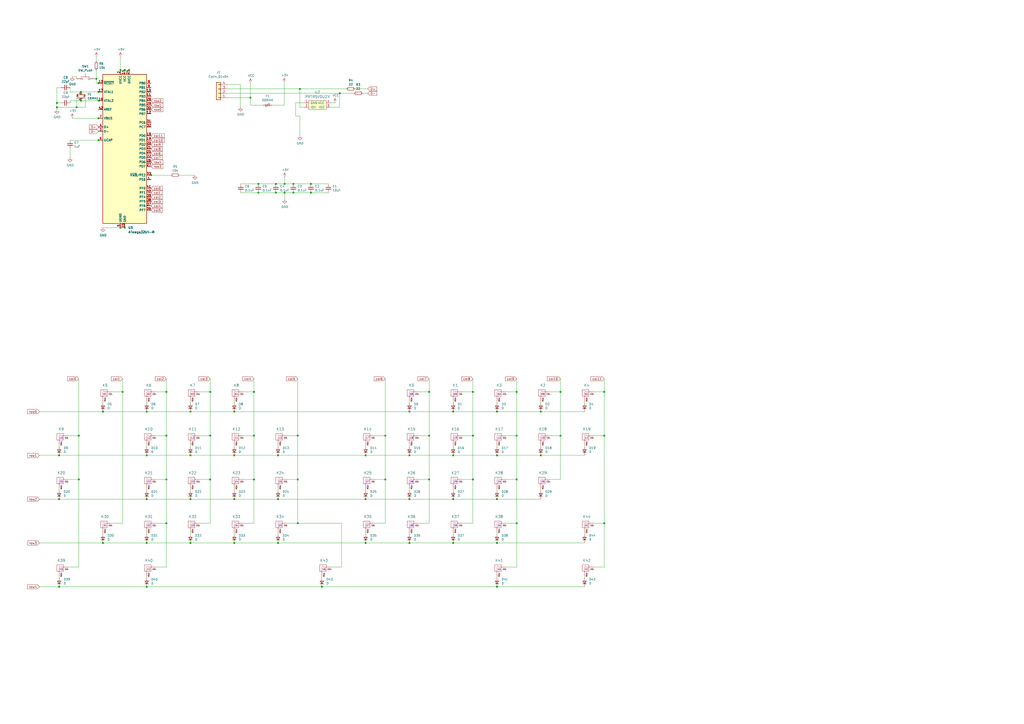
<source format=kicad_sch>
(kicad_sch (version 20211123) (generator eeschema)
  (paper "A2")
  (junction (at 85.09 314.96))
  (junction (at 160.02 106.68))
  (junction (at 313.69 264.16))
  (junction (at 173.99 51.562))
  (junction (at 248.92 278.13))
  (junction (at 96.52 252.73))
  (junction (at 350.52 227.33))
  (junction (at 44.45 62.23))
  (junction (at 325.12 252.73))
  (junction (at 161.29 314.96))
  (junction (at 46.99 53.34))
  (junction (at 147.32 227.33))
  (junction (at 135.89 289.56))
  (junction (at 288.29 264.16))
  (junction (at 180.34 111.76))
  (junction (at 274.32 227.33))
  (junction (at 350.52 303.53))
  (junction (at 55.88 45.72))
  (junction (at 45.72 252.73))
  (junction (at 57.15 81.28))
  (junction (at 180.34 106.68))
  (junction (at 145.288 56.642))
  (junction (at 172.72 303.53))
  (junction (at 165.1 106.68))
  (junction (at 262.89 264.16))
  (junction (at 96.52 303.53))
  (junction (at 57.15 53.34))
  (junction (at 288.29 289.56))
  (junction (at 72.39 132.08))
  (junction (at 288.29 340.36))
  (junction (at 186.69 340.36))
  (junction (at 172.72 278.13))
  (junction (at 262.89 238.76))
  (junction (at 262.89 314.96))
  (junction (at 237.49 289.56))
  (junction (at 223.52 278.13))
  (junction (at 299.72 252.73))
  (junction (at 74.93 40.64))
  (junction (at 160.02 111.76))
  (junction (at 350.52 252.73))
  (junction (at 59.69 314.96))
  (junction (at 57.15 48.26))
  (junction (at 110.49 289.56))
  (junction (at 135.89 314.96))
  (junction (at 33.02 59.69))
  (junction (at 149.86 111.76))
  (junction (at 262.89 289.56))
  (junction (at 313.69 238.76))
  (junction (at 197.104 54.102))
  (junction (at 299.72 303.53))
  (junction (at 212.09 314.96))
  (junction (at 121.92 227.33))
  (junction (at 161.29 289.56))
  (junction (at 85.09 340.36))
  (junction (at 34.29 289.56))
  (junction (at 85.09 238.76))
  (junction (at 170.18 106.68))
  (junction (at 170.18 111.76))
  (junction (at 33.02 62.23))
  (junction (at 248.92 252.73))
  (junction (at 34.29 340.36))
  (junction (at 299.72 227.33))
  (junction (at 71.12 227.33))
  (junction (at 212.09 264.16))
  (junction (at 110.49 264.16))
  (junction (at 85.09 289.56))
  (junction (at 237.49 314.96))
  (junction (at 72.39 40.64))
  (junction (at 274.32 278.13))
  (junction (at 325.12 227.33))
  (junction (at 69.85 132.08))
  (junction (at 147.32 278.13))
  (junction (at 212.09 289.56))
  (junction (at 223.52 252.73))
  (junction (at 110.49 314.96))
  (junction (at 147.32 252.73))
  (junction (at 110.49 238.76))
  (junction (at 96.52 227.33))
  (junction (at 69.85 40.64))
  (junction (at 299.72 278.13))
  (junction (at 288.29 238.76))
  (junction (at 237.49 238.76))
  (junction (at 57.15 68.58))
  (junction (at 135.89 238.76))
  (junction (at 165.1 111.76))
  (junction (at 45.72 278.13))
  (junction (at 87.63 101.6))
  (junction (at 46.99 58.42))
  (junction (at 34.29 264.16))
  (junction (at 288.29 314.96))
  (junction (at 161.29 264.16))
  (junction (at 59.69 238.76))
  (junction (at 96.52 278.13))
  (junction (at 172.72 252.73))
  (junction (at 248.92 227.33))
  (junction (at 85.09 264.16))
  (junction (at 274.32 252.73))
  (junction (at 121.92 278.13))
  (junction (at 149.86 106.68))
  (junction (at 121.92 252.73))
  (junction (at 57.15 58.42))
  (junction (at 237.49 264.16))
  (junction (at 135.89 264.16))
  (wire (pts (xy 186.69 334.01) (xy 186.69 335.28)))
  (wire (pts (xy 33.02 62.23) (xy 33.02 63.5)))
  (wire (pts (xy 57.15 81.28) (xy 40.64 81.28)))
  (wire (pts (xy 72.39 40.64) (xy 74.93 40.64)))
  (wire (pts (xy 313.69 283.21) (xy 313.69 284.48)))
  (wire (pts (xy 212.09 264.16) (xy 237.49 264.16)))
  (wire (pts (xy 267.97 303.53) (xy 274.32 303.53)))
  (wire (pts (xy 40.64 53.34) (xy 40.64 50.8)))
  (wire (pts (xy 299.72 219.71) (xy 299.72 227.33)))
  (wire (pts (xy 69.85 33.02) (xy 69.85 40.64)))
  (wire (pts (xy 149.86 111.76) (xy 160.02 111.76)))
  (wire (pts (xy 325.12 278.13) (xy 325.12 252.73)))
  (wire (pts (xy 59.69 238.76) (xy 85.09 238.76)))
  (wire (pts (xy 40.64 86.36) (xy 40.64 91.44)))
  (wire (pts (xy 139.446 49.022) (xy 139.446 61.976)))
  (wire (pts (xy 198.12 303.53) (xy 172.72 303.53)))
  (wire (pts (xy 274.32 227.33) (xy 274.32 252.73)))
  (wire (pts (xy 110.49 314.96) (xy 135.89 314.96)))
  (wire (pts (xy 46.99 53.34) (xy 40.64 53.34)))
  (wire (pts (xy 237.49 264.16) (xy 262.89 264.16)))
  (wire (pts (xy 140.97 303.53) (xy 147.32 303.53)))
  (wire (pts (xy 34.29 289.56) (xy 85.09 289.56)))
  (wire (pts (xy 45.72 219.71) (xy 45.72 252.73)))
  (wire (pts (xy 85.09 289.56) (xy 110.49 289.56)))
  (wire (pts (xy 288.29 232.41) (xy 288.29 233.68)))
  (wire (pts (xy 64.77 227.33) (xy 71.12 227.33)))
  (wire (pts (xy 344.17 303.53) (xy 350.52 303.53)))
  (wire (pts (xy 313.69 238.76) (xy 339.09 238.76)))
  (wire (pts (xy 147.32 219.71) (xy 147.32 227.33)))
  (wire (pts (xy 85.09 232.41) (xy 85.09 233.68)))
  (wire (pts (xy 40.64 58.42) (xy 40.64 59.69)))
  (wire (pts (xy 237.49 238.76) (xy 262.89 238.76)))
  (wire (pts (xy 165.1 111.76) (xy 165.1 115.57)))
  (wire (pts (xy 212.09 308.61) (xy 212.09 309.88)))
  (wire (pts (xy 164.846 48.006) (xy 164.846 60.96)))
  (wire (pts (xy 135.89 308.61) (xy 135.89 309.88)))
  (wire (pts (xy 262.89 232.41) (xy 262.89 233.68)))
  (wire (pts (xy 274.32 219.71) (xy 274.32 227.33)))
  (wire (pts (xy 90.17 252.73) (xy 96.52 252.73)))
  (wire (pts (xy 180.34 111.76) (xy 190.5 111.76)))
  (wire (pts (xy 217.17 252.73) (xy 223.52 252.73)))
  (wire (pts (xy 248.92 303.53) (xy 248.92 278.13)))
  (wire (pts (xy 45.72 278.13) (xy 45.72 252.73)))
  (wire (pts (xy 145.288 56.642) (xy 145.288 48.26)))
  (wire (pts (xy 160.02 106.68) (xy 165.1 106.68)))
  (wire (pts (xy 161.29 289.56) (xy 212.09 289.56)))
  (wire (pts (xy 173.99 51.562) (xy 200.914 51.562)))
  (wire (pts (xy 205.994 51.562) (xy 213.36 51.562)))
  (wire (pts (xy 157.734 60.96) (xy 164.846 60.96)))
  (wire (pts (xy 34.29 340.36) (xy 85.09 340.36)))
  (wire (pts (xy 171.45 67.31) (xy 173.99 67.31)))
  (wire (pts (xy 145.288 56.642) (xy 145.288 60.96)))
  (wire (pts (xy 85.09 264.16) (xy 110.49 264.16)))
  (wire (pts (xy 274.32 278.13) (xy 274.32 252.73)))
  (wire (pts (xy 22.86 238.76) (xy 59.69 238.76)))
  (wire (pts (xy 212.09 314.96) (xy 237.49 314.96)))
  (wire (pts (xy 165.1 111.76) (xy 170.18 111.76)))
  (wire (pts (xy 135.89 283.21) (xy 135.89 284.48)))
  (wire (pts (xy 85.09 238.76) (xy 110.49 238.76)))
  (wire (pts (xy 217.17 278.13) (xy 223.52 278.13)))
  (wire (pts (xy 104.14 101.6) (xy 113.03 101.6)))
  (wire (pts (xy 237.49 289.56) (xy 262.89 289.56)))
  (wire (pts (xy 262.89 283.21) (xy 262.89 284.48)))
  (wire (pts (xy 33.02 50.8) (xy 33.02 59.69)))
  (wire (pts (xy 165.1 102.87) (xy 165.1 106.68)))
  (wire (pts (xy 135.89 232.41) (xy 135.89 233.68)))
  (wire (pts (xy 223.52 303.53) (xy 223.52 278.13)))
  (wire (pts (xy 85.09 334.01) (xy 85.09 335.28)))
  (wire (pts (xy 237.49 314.96) (xy 262.89 314.96)))
  (wire (pts (xy 115.57 303.53) (xy 121.92 303.53)))
  (wire (pts (xy 69.85 132.08) (xy 72.39 132.08)))
  (wire (pts (xy 46.99 58.42) (xy 40.64 58.42)))
  (wire (pts (xy 299.72 227.33) (xy 299.72 252.73)))
  (wire (pts (xy 176.53 59.69) (xy 171.45 59.69)))
  (wire (pts (xy 161.29 257.81) (xy 161.29 259.08)))
  (wire (pts (xy 55.88 45.72) (xy 55.88 48.26)))
  (wire (pts (xy 313.69 264.16) (xy 339.09 264.16)))
  (wire (pts (xy 121.92 278.13) (xy 121.92 252.73)))
  (wire (pts (xy 293.37 328.93) (xy 299.72 328.93)))
  (wire (pts (xy 131.826 54.102) (xy 197.104 54.102)))
  (wire (pts (xy 39.37 328.93) (xy 45.72 328.93)))
  (wire (pts (xy 115.57 227.33) (xy 121.92 227.33)))
  (wire (pts (xy 44.45 45.72) (xy 44.45 44.45)))
  (wire (pts (xy 55.88 33.02) (xy 55.88 35.56)))
  (wire (pts (xy 99.06 101.6) (xy 87.63 101.6)))
  (wire (pts (xy 139.7 106.68) (xy 149.86 106.68)))
  (wire (pts (xy 299.72 303.53) (xy 299.72 278.13)))
  (wire (pts (xy 96.52 278.13) (xy 96.52 252.73)))
  (wire (pts (xy 267.97 252.73) (xy 274.32 252.73)))
  (wire (pts (xy 197.104 54.102) (xy 205.232 54.102)))
  (wire (pts (xy 171.45 59.69) (xy 171.45 67.31)))
  (wire (pts (xy 223.52 219.71) (xy 223.52 252.73)))
  (wire (pts (xy 339.09 334.01) (xy 339.09 335.28)))
  (wire (pts (xy 172.72 303.53) (xy 172.72 278.13)))
  (wire (pts (xy 135.89 257.81) (xy 135.89 259.08)))
  (wire (pts (xy 34.29 283.21) (xy 34.29 284.48)))
  (wire (pts (xy 85.09 257.81) (xy 85.09 259.08)))
  (wire (pts (xy 288.29 289.56) (xy 313.69 289.56)))
  (wire (pts (xy 34.29 264.16) (xy 85.09 264.16)))
  (wire (pts (xy 57.15 68.58) (xy 41.91 68.58)))
  (wire (pts (xy 140.97 227.33) (xy 147.32 227.33)))
  (wire (pts (xy 34.29 257.81) (xy 34.29 259.08)))
  (wire (pts (xy 110.49 257.81) (xy 110.49 259.08)))
  (wire (pts (xy 22.86 264.16) (xy 34.29 264.16)))
  (wire (pts (xy 212.09 289.56) (xy 237.49 289.56)))
  (wire (pts (xy 161.29 314.96) (xy 212.09 314.96)))
  (wire (pts (xy 139.7 111.76) (xy 149.86 111.76)))
  (wire (pts (xy 288.29 340.36) (xy 339.09 340.36)))
  (wire (pts (xy 90.17 303.53) (xy 96.52 303.53)))
  (wire (pts (xy 293.37 252.73) (xy 299.72 252.73)))
  (wire (pts (xy 35.56 50.8) (xy 33.02 50.8)))
  (wire (pts (xy 140.97 278.13) (xy 147.32 278.13)))
  (wire (pts (xy 110.49 308.61) (xy 110.49 309.88)))
  (wire (pts (xy 325.12 219.71) (xy 325.12 227.33)))
  (wire (pts (xy 110.49 289.56) (xy 135.89 289.56)))
  (wire (pts (xy 135.89 264.16) (xy 161.29 264.16)))
  (wire (pts (xy 293.37 303.53) (xy 299.72 303.53)))
  (wire (pts (xy 217.17 303.53) (xy 223.52 303.53)))
  (wire (pts (xy 131.826 56.642) (xy 145.288 56.642)))
  (wire (pts (xy 344.17 252.73) (xy 350.52 252.73)))
  (wire (pts (xy 121.92 219.71) (xy 121.92 227.33)))
  (wire (pts (xy 350.52 227.33) (xy 350.52 252.73)))
  (wire (pts (xy 90.17 278.13) (xy 96.52 278.13)))
  (wire (pts (xy 173.99 62.23) (xy 173.99 51.562)))
  (wire (pts (xy 237.49 257.81) (xy 237.49 259.08)))
  (wire (pts (xy 318.77 252.73) (xy 325.12 252.73)))
  (wire (pts (xy 237.49 308.61) (xy 237.49 309.88)))
  (wire (pts (xy 173.99 67.31) (xy 173.99 78.74)))
  (wire (pts (xy 59.69 314.96) (xy 85.09 314.96)))
  (wire (pts (xy 69.85 40.64) (xy 72.39 40.64)))
  (wire (pts (xy 288.29 257.81) (xy 288.29 259.08)))
  (wire (pts (xy 39.37 278.13) (xy 45.72 278.13)))
  (wire (pts (xy 172.72 278.13) (xy 172.72 252.73)))
  (wire (pts (xy 45.72 328.93) (xy 45.72 278.13)))
  (wire (pts (xy 313.69 232.41) (xy 313.69 233.68)))
  (wire (pts (xy 318.77 278.13) (xy 325.12 278.13)))
  (wire (pts (xy 262.89 264.16) (xy 288.29 264.16)))
  (wire (pts (xy 223.52 278.13) (xy 223.52 252.73)))
  (wire (pts (xy 267.97 278.13) (xy 274.32 278.13)))
  (wire (pts (xy 46.99 53.34) (xy 57.15 53.34)))
  (wire (pts (xy 210.312 54.102) (xy 213.36 54.102)))
  (wire (pts (xy 237.49 283.21) (xy 237.49 284.48)))
  (wire (pts (xy 288.29 334.01) (xy 288.29 335.28)))
  (wire (pts (xy 166.37 303.53) (xy 172.72 303.53)))
  (wire (pts (xy 147.32 303.53) (xy 147.32 278.13)))
  (wire (pts (xy 160.02 111.76) (xy 165.1 111.76)))
  (wire (pts (xy 90.17 227.33) (xy 96.52 227.33)))
  (wire (pts (xy 339.09 232.41) (xy 339.09 233.68)))
  (wire (pts (xy 166.37 278.13) (xy 172.72 278.13)))
  (wire (pts (xy 90.17 328.93) (xy 96.52 328.93)))
  (wire (pts (xy 39.37 252.73) (xy 45.72 252.73)))
  (wire (pts (xy 145.288 60.96) (xy 152.654 60.96)))
  (wire (pts (xy 191.77 59.69) (xy 194.31 59.69)))
  (wire (pts (xy 161.29 283.21) (xy 161.29 284.48)))
  (wire (pts (xy 49.53 62.23) (xy 44.45 62.23)))
  (wire (pts (xy 85.09 340.36) (xy 186.69 340.36)))
  (wire (pts (xy 22.86 340.36) (xy 34.29 340.36)))
  (wire (pts (xy 191.77 328.93) (xy 198.12 328.93)))
  (wire (pts (xy 288.29 314.96) (xy 339.09 314.96)))
  (wire (pts (xy 54.61 45.72) (xy 55.88 45.72)))
  (wire (pts (xy 85.09 283.21) (xy 85.09 284.48)))
  (wire (pts (xy 262.89 314.96) (xy 288.29 314.96)))
  (wire (pts (xy 274.32 303.53) (xy 274.32 278.13)))
  (wire (pts (xy 237.49 232.41) (xy 237.49 233.68)))
  (wire (pts (xy 313.69 257.81) (xy 313.69 259.08)))
  (wire (pts (xy 85.09 308.61) (xy 85.09 309.88)))
  (wire (pts (xy 85.09 314.96) (xy 110.49 314.96)))
  (wire (pts (xy 57.15 48.26) (xy 55.88 48.26)))
  (wire (pts (xy 161.29 264.16) (xy 212.09 264.16)))
  (wire (pts (xy 325.12 227.33) (xy 325.12 252.73)))
  (wire (pts (xy 248.92 219.71) (xy 248.92 227.33)))
  (wire (pts (xy 96.52 328.93) (xy 96.52 303.53)))
  (wire (pts (xy 140.97 252.73) (xy 147.32 252.73)))
  (wire (pts (xy 59.69 308.61) (xy 59.69 309.88)))
  (wire (pts (xy 339.09 257.81) (xy 339.09 259.08)))
  (wire (pts (xy 35.56 59.69) (xy 33.02 59.69)))
  (wire (pts (xy 172.72 219.71) (xy 172.72 252.73)))
  (wire (pts (xy 71.12 219.71) (xy 71.12 227.33)))
  (wire (pts (xy 44.45 62.23) (xy 33.02 62.23)))
  (wire (pts (xy 344.17 227.33) (xy 350.52 227.33)))
  (wire (pts (xy 196.85 62.23) (xy 197.104 54.102)))
  (wire (pts (xy 288.29 308.61) (xy 288.29 309.88)))
  (wire (pts (xy 242.57 252.73) (xy 248.92 252.73)))
  (wire (pts (xy 110.49 232.41) (xy 110.49 233.68)))
  (wire (pts (xy 212.09 257.81) (xy 212.09 259.08)))
  (wire (pts (xy 166.37 252.73) (xy 172.72 252.73)))
  (wire (pts (xy 170.18 111.76) (xy 180.34 111.76)))
  (wire (pts (xy 191.77 62.23) (xy 196.85 62.23)))
  (wire (pts (xy 115.57 278.13) (xy 121.92 278.13)))
  (wire (pts (xy 165.1 106.68) (xy 170.18 106.68)))
  (wire (pts (xy 212.09 283.21) (xy 212.09 284.48)))
  (wire (pts (xy 96.52 219.71) (xy 96.52 227.33)))
  (wire (pts (xy 33.02 59.69) (xy 33.02 62.23)))
  (wire (pts (xy 262.89 257.81) (xy 262.89 259.08)))
  (wire (pts (xy 288.29 283.21) (xy 288.29 284.48)))
  (wire (pts (xy 147.32 278.13) (xy 147.32 252.73)))
  (wire (pts (xy 248.92 227.33) (xy 248.92 252.73)))
  (wire (pts (xy 198.12 328.93) (xy 198.12 303.53)))
  (wire (pts (xy 299.72 328.93) (xy 299.72 303.53)))
  (wire (pts (xy 55.88 40.64) (xy 55.88 45.72)))
  (wire (pts (xy 34.29 334.01) (xy 34.29 335.28)))
  (wire (pts (xy 248.92 278.13) (xy 248.92 252.73)))
  (wire (pts (xy 262.89 308.61) (xy 262.89 309.88)))
  (wire (pts (xy 318.77 227.33) (xy 325.12 227.33)))
  (wire (pts (xy 176.53 62.23) (xy 173.99 62.23)))
  (wire (pts (xy 135.89 289.56) (xy 161.29 289.56)))
  (wire (pts (xy 350.52 328.93) (xy 350.52 303.53)))
  (wire (pts (xy 147.32 227.33) (xy 147.32 252.73)))
  (wire (pts (xy 49.53 55.88) (xy 49.53 62.23)))
  (wire (pts (xy 59.69 132.08) (xy 69.85 132.08)))
  (wire (pts (xy 59.69 232.41) (xy 59.69 233.68)))
  (wire (pts (xy 267.97 227.33) (xy 274.32 227.33)))
  (wire (pts (xy 293.37 227.33) (xy 299.72 227.33)))
  (wire (pts (xy 170.18 106.68) (xy 180.34 106.68)))
  (wire (pts (xy 262.89 238.76) (xy 288.29 238.76)))
  (wire (pts (xy 242.57 303.53) (xy 248.92 303.53)))
  (wire (pts (xy 135.89 314.96) (xy 161.29 314.96)))
  (wire (pts (xy 96.52 303.53) (xy 96.52 278.13)))
  (wire (pts (xy 22.86 289.56) (xy 34.29 289.56)))
  (wire (pts (xy 344.17 328.93) (xy 350.52 328.93)))
  (wire (pts (xy 64.77 303.53) (xy 71.12 303.53)))
  (wire (pts (xy 44.45 44.45) (xy 41.91 44.45)))
  (wire (pts (xy 293.37 278.13) (xy 299.72 278.13)))
  (wire (pts (xy 288.29 264.16) (xy 313.69 264.16)))
  (wire (pts (xy 242.57 227.33) (xy 248.92 227.33)))
  (wire (pts (xy 110.49 283.21) (xy 110.49 284.48)))
  (wire (pts (xy 22.86 314.96) (xy 59.69 314.96)))
  (wire (pts (xy 262.89 289.56) (xy 288.29 289.56)))
  (wire (pts (xy 350.52 219.71) (xy 350.52 227.33)))
  (wire (pts (xy 121.92 227.33) (xy 121.92 252.73)))
  (wire (pts (xy 350.52 303.53) (xy 350.52 252.73)))
  (wire (pts (xy 110.49 264.16) (xy 135.89 264.16)))
  (wire (pts (xy 161.29 308.61) (xy 161.29 309.88)))
  (wire (pts (xy 46.99 58.42) (xy 57.15 58.42)))
  (wire (pts (xy 242.57 278.13) (xy 248.92 278.13)))
  (wire (pts (xy 96.52 227.33) (xy 96.52 252.73)))
  (wire (pts (xy 135.89 238.76) (xy 237.49 238.76)))
  (wire (pts (xy 299.72 278.13) (xy 299.72 252.73)))
  (wire (pts (xy 186.69 340.36) (xy 288.29 340.36)))
  (wire (pts (xy 121.92 303.53) (xy 121.92 278.13)))
  (wire (pts (xy 131.826 49.022) (xy 139.446 49.022)))
  (wire (pts (xy 110.49 238.76) (xy 135.89 238.76)))
  (wire (pts (xy 180.34 106.68) (xy 190.5 106.68)))
  (wire (pts (xy 71.12 227.33) (xy 71.12 303.53)))
  (wire (pts (xy 339.09 308.61) (xy 339.09 309.88)))
  (wire (pts (xy 115.57 252.73) (xy 121.92 252.73)))
  (wire (pts (xy 44.45 55.88) (xy 44.45 62.23)))
  (wire (pts (xy 131.826 51.562) (xy 173.99 51.562)))
  (wire (pts (xy 149.86 106.68) (xy 160.02 106.68)))
  (wire (pts (xy 288.29 238.76) (xy 313.69 238.76)))
  (global_label "D-" (shape input) (at 213.36 54.102 0) (property "Intersheet References" "${INTERSHEET_REFS}" (effects hide)))
  (global_label "col6" (shape input) (at 223.52 219.71 180) (property "Intersheet References" "${INTERSHEET_REFS}" (effects hide)))
  (global_label "row1" (shape input) (at 22.86 264.16 180) (property "Intersheet References" "${INTERSHEET_REFS}" (effects hide)))
  (global_label "D+" (shape input) (at 57.15 73.66 180) (property "Intersheet References" "${INTERSHEET_REFS}" (effects hide)))
  (global_label "col4" (shape input) (at 87.63 119.38 0) (property "Intersheet References" "${INTERSHEET_REFS}" (effects hide)))
  (global_label "col3" (shape input) (at 121.92 219.71 180) (property "Intersheet References" "${INTERSHEET_REFS}" (effects hide)))
  (global_label "col7" (shape input) (at 248.92 219.71 180) (property "Intersheet References" "${INTERSHEET_REFS}" (effects hide)))
  (global_label "row2" (shape input) (at 22.86 289.56 180) (property "Intersheet References" "${INTERSHEET_REFS}" (effects hide)))
  (global_label "col5" (shape input) (at 172.72 219.71 180) (property "Intersheet References" "${INTERSHEET_REFS}" (effects hide)))
  (global_label "col9" (shape input) (at 87.63 83.82 0) (property "Intersheet References" "${INTERSHEET_REFS}" (effects hide)))
  (global_label "col8" (shape input) (at 274.32 219.71 180) (property "Intersheet References" "${INTERSHEET_REFS}" (effects hide)))
  (global_label "col7" (shape input) (at 87.63 91.44 0) (property "Intersheet References" "${INTERSHEET_REFS}" (effects hide)))
  (global_label "col2" (shape input) (at 96.52 219.71 180) (property "Intersheet References" "${INTERSHEET_REFS}" (effects hide)))
  (global_label "col10" (shape input) (at 325.12 219.71 180) (property "Intersheet References" "${INTERSHEET_REFS}" (effects hide)))
  (global_label "col0" (shape input) (at 87.63 109.22 0) (property "Intersheet References" "${INTERSHEET_REFS}" (effects hide)))
  (global_label "col1" (shape input) (at 71.12 219.71 180) (property "Intersheet References" "${INTERSHEET_REFS}" (effects hide)))
  (global_label "col1" (shape input) (at 87.63 111.76 0) (property "Intersheet References" "${INTERSHEET_REFS}" (effects hide)))
  (global_label "row0" (shape input) (at 87.63 63.5 0) (property "Intersheet References" "${INTERSHEET_REFS}" (effects hide)))
  (global_label "row2" (shape input) (at 87.63 58.42 0) (property "Intersheet References" "${INTERSHEET_REFS}" (effects hide)))
  (global_label "col9" (shape input) (at 299.72 219.71 180) (property "Intersheet References" "${INTERSHEET_REFS}" (effects hide)))
  (global_label "col11" (shape input) (at 350.52 219.71 180) (property "Intersheet References" "${INTERSHEET_REFS}" (effects hide)))
  (global_label "row0" (shape input) (at 22.86 238.76 180) (property "Intersheet References" "${INTERSHEET_REFS}" (effects hide)))
  (global_label "D+" (shape input) (at 213.36 51.562 0) (property "Intersheet References" "${INTERSHEET_REFS}" (effects hide)))
  (global_label "col3" (shape input) (at 87.63 116.84 0) (property "Intersheet References" "${INTERSHEET_REFS}" (effects hide)))
  (global_label "col6" (shape input) (at 87.63 88.9 0) (property "Intersheet References" "${INTERSHEET_REFS}" (effects hide)))
  (global_label "col4" (shape input) (at 147.32 219.71 180) (property "Intersheet References" "${INTERSHEET_REFS}" (effects hide)))
  (global_label "col8" (shape input) (at 87.63 86.36 0) (property "Intersheet References" "${INTERSHEET_REFS}" (effects hide)))
  (global_label "row4" (shape input) (at 87.63 93.98 0) (property "Intersheet References" "${INTERSHEET_REFS}" (effects hide)))
  (global_label "row4" (shape input) (at 22.86 340.36 180) (property "Intersheet References" "${INTERSHEET_REFS}" (effects hide)))
  (global_label "col2" (shape input) (at 87.63 114.3 0) (property "Intersheet References" "${INTERSHEET_REFS}" (effects hide)))
  (global_label "D-" (shape input) (at 57.15 76.2 180) (property "Intersheet References" "${INTERSHEET_REFS}" (effects hide)))
  (global_label "row3" (shape input) (at 22.86 314.96 180) (property "Intersheet References" "${INTERSHEET_REFS}" (effects hide)))
  (global_label "col5" (shape input) (at 87.63 121.92 0) (property "Intersheet References" "${INTERSHEET_REFS}" (effects hide)))
  (global_label "row3" (shape input) (at 87.63 96.52 0) (property "Intersheet References" "${INTERSHEET_REFS}" (effects hide)))
  (global_label "col0" (shape input) (at 45.72 219.71 180) (property "Intersheet References" "${INTERSHEET_REFS}" (effects hide)))
  (global_label "col11" (shape input) (at 87.63 78.74 0) (property "Intersheet References" "${INTERSHEET_REFS}" (effects hide)))
  (global_label "row1" (shape input) (at 87.63 60.96 0) (property "Intersheet References" "${INTERSHEET_REFS}" (effects hide)))
  (global_label "col10" (shape input) (at 87.63 81.28 0) (property "Intersheet References" "${INTERSHEET_REFS}" (effects hide)))
  (symbol (lib_id "power:+5V") (at 69.85 33.02 0) (unit 1)
    (property "Reference" "#PWR0101" (effects hide))
    (property "Value" "+5V" (at 70.231 28.6258 0))
  )
  (symbol (lib_id "power:GND") (at 59.69 132.08 0) (unit 1)
    (property "Reference" "#PWR0102" (effects hide))
    (property "Value" "GND" (at 59.817 136.4742 0))
  )
  (symbol (lib_id "Device:R_Small") (at 101.6 101.6 270) (unit 1)
    (property "Reference" "R5" (at 101.6 96.6216 90))
    (property "Value" "10k" (at 101.6 98.933 90))
    (property "Footprint" "Resistor_SMD:R_0603_1608Metric" (effects hide))
  )
  (symbol (lib_id "power:GND") (at 113.03 101.6 0) (unit 1)
    (property "Reference" "#PWR0103" (effects hide))
    (property "Value" "GND" (at 113.157 105.9942 0))
  )
  (symbol (lib_id "Device:C_Small") (at 40.64 83.82 0) (unit 1)
    (property "Reference" "C7" (at 42.9768 82.6516 0) (effects (justify left)))
    (property "Value" "1uF" (at 42.9768 84.963 0) (effects (justify left)))
    (property "Footprint" "Capacitor_SMD:C_0603_1608Metric" (effects hide))
  )
  (symbol (lib_id "power:GND") (at 40.64 91.44 0) (unit 1)
    (property "Reference" "#PWR0104" (effects hide))
    (property "Value" "GND" (at 40.767 95.8342 0))
  )
  (symbol (lib_id "power:+5V") (at 41.91 68.58 0) (unit 1)
    (property "Reference" "#PWR0105" (effects hide))
    (property "Value" "+5V" (at 42.291 64.1858 0))
  )
  (symbol (lib_id "Device:Crystal_GND24_Small") (at 46.99 55.88 270) (unit 1)
    (property "Reference" "Y1" (at 50.6476 54.7116 90) (effects (justify left)))
    (property "Value" "16MHz" (at 50.6476 57.023 90) (effects (justify left)))
    (property "Footprint" "Crystal:Crystal_SMD_3225-4Pin_3.2x2.5mm" (effects hide))
  )
  (symbol (lib_id "Device:C_Small") (at 38.1 50.8 270) (unit 1)
    (property "Reference" "C8" (at 38.1 44.9834 90))
    (property "Value" "22pF" (at 38.1 47.2948 90))
    (property "Footprint" "Capacitor_SMD:C_0603_1608Metric" (effects hide))
  )
  (symbol (lib_id "Device:C_Small") (at 38.1 59.69 270) (unit 1)
    (property "Reference" "C9" (at 38.1 53.8734 90))
    (property "Value" "22pF" (at 38.1 56.1848 90))
    (property "Footprint" "Capacitor_SMD:C_0603_1608Metric" (effects hide))
  )
  (symbol (lib_id "power:GND") (at 33.02 63.5 0) (unit 1)
    (property "Reference" "#PWR0106" (effects hide))
    (property "Value" "GND" (at 33.147 67.8942 0))
  )
  (symbol (lib_id "Switch:SW_Push") (at 49.53 45.72 0) (unit 1)
    (property "Reference" "SW1" (at 49.53 38.481 0))
    (property "Value" "SW_Push" (at 49.53 40.7924 0))
    (property "Footprint" "random-keyboard-parts:SKQG-1155865" (effects hide))
  )
  (symbol (lib_id "power:GND") (at 41.91 44.45 0) (unit 1)
    (property "Reference" "#PWR0107" (effects hide))
    (property "Value" "GND" (at 42.037 48.8442 0))
  )
  (symbol (lib_id "Device:R_Small") (at 55.88 38.1 0) (unit 1)
    (property "Reference" "R6" (at 57.3786 36.9316 0) (effects (justify left)))
    (property "Value" "10k" (at 57.3786 39.243 0) (effects (justify left)))
    (property "Footprint" "Resistor_SMD:R_0603_1608Metric" (effects hide))
  )
  (symbol (lib_id "power:+5V") (at 55.88 33.02 0) (unit 1)
    (property "Reference" "#PWR0108" (effects hide))
    (property "Value" "+5V" (at 56.261 28.6258 0))
  )
  (symbol (lib_id "power:VCC") (at 145.288 48.26 0) (unit 1)
    (property "Reference" "#PWR0109" (effects hide))
    (property "Value" "VCC" (at 145.7198 43.8658 0))
  )
  (symbol (lib_id "Device:Polyfuse_Small") (at 155.194 60.96 270) (unit 1)
    (property "Reference" "F1" (at 155.194 55.753 90))
    (property "Value" "500mA" (at 155.194 58.0644 90))
    (property "Footprint" "Fuse:Fuse_1206_3216Metric" (effects hide))
  )
  (symbol (lib_id "power:+5V") (at 164.846 48.006 0) (unit 1)
    (property "Reference" "#PWR0110" (effects hide))
    (property "Value" "+5V" (at 165.227 43.6118 0))
  )
  (symbol (lib_id "power:GND") (at 139.446 61.976 0) (unit 1)
    (property "Reference" "#PWR0111" (effects hide))
    (property "Value" "GND" (at 139.573 66.3702 0))
  )
  (symbol (lib_id "random-keyboard-parts:PRTR5V0U2X") (at 184.15 60.96 0) (unit 1)
    (property "Reference" "U2" (at 184.15 53.4162 0) (effects (font (size 1.524 1.524))))
    (property "Value" "PRTR5V0U2X" (at 184.15 56.1086 0) (effects (font (size 1.524 1.524))))
    (property "Footprint" "random-keyboard-parts:SOT143B" (effects hide))
  )
  (symbol (lib_id "power:VCC") (at 194.31 59.69 0) (unit 1)
    (property "Reference" "#PWR0112" (effects hide))
    (property "Value" "VCC" (at 194.7418 55.2958 0))
  )
  (symbol (lib_id "power:GND") (at 173.99 78.74 0) (unit 1)
    (property "Reference" "#PWR0113" (effects hide))
    (property "Value" "GND" (at 174.117 83.1342 0))
  )
  (symbol (lib_id "Device:R_Small") (at 203.454 51.562 270) (unit 1)
    (property "Reference" "R4" (at 203.454 46.5836 90))
    (property "Value" "22" (at 203.454 48.895 90))
    (property "Footprint" "Resistor_SMD:R_0603_1608Metric" (effects hide))
  )
  (symbol (lib_id "Device:R_Small") (at 207.772 54.102 270) (unit 1)
    (property "Reference" "R3" (at 207.772 49.1236 90))
    (property "Value" "22" (at 207.772 51.435 90))
    (property "Footprint" "Resistor_SMD:R_0603_1608Metric" (effects hide))
  )
  (symbol (lib_id "power:GND") (at 165.1 115.57 0) (unit 1)
    (property "Reference" "#PWR0114" (effects hide))
    (property "Value" "GND" (at 165.227 119.9642 0))
  )
  (symbol (lib_id "power:+5V") (at 165.1 102.87 0) (unit 1)
    (property "Reference" "#PWR0115" (effects hide))
    (property "Value" "+5V" (at 165.481 98.4758 0))
  )
  (symbol (lib_id "Device:C_Small") (at 190.5 109.22 0) (unit 1)
    (property "Reference" "C1" (at 192.8368 108.0516 0) (effects (justify left)))
    (property "Value" "10uF" (at 192.8368 110.363 0) (effects (justify left)))
    (property "Footprint" "Capacitor_SMD:C_0603_1608Metric" (effects hide))
  )
  (symbol (lib_id "Device:C_Small") (at 160.02 109.22 0) (unit 1)
    (property "Reference" "C4" (at 162.3568 108.0516 0) (effects (justify left)))
    (property "Value" "0.1uF" (at 162.3568 110.363 0) (effects (justify left)))
    (property "Footprint" "Capacitor_SMD:C_0603_1608Metric" (effects hide))
  )
  (symbol (lib_id "Device:C_Small") (at 149.86 109.22 0) (unit 1)
    (property "Reference" "C5" (at 152.1968 108.0516 0) (effects (justify left)))
    (property "Value" "0.1uF" (at 152.1968 110.363 0) (effects (justify left)))
    (property "Footprint" "Capacitor_SMD:C_0603_1608Metric" (effects hide))
  )
  (symbol (lib_id "Device:C_Small") (at 139.7 109.22 0) (unit 1)
    (property "Reference" "C6" (at 142.0368 108.0516 0) (effects (justify left)))
    (property "Value" "0.1uF" (at 142.0368 110.363 0) (effects (justify left)))
    (property "Footprint" "Capacitor_SMD:C_0603_1608Metric" (effects hide))
  )
  (symbol (lib_id "Device:C_Small") (at 170.18 109.22 0) (unit 1)
    (property "Reference" "C3" (at 172.5168 108.0516 0) (effects (justify left)))
    (property "Value" "0.1uF" (at 172.5168 110.363 0) (effects (justify left)))
    (property "Footprint" "Capacitor_SMD:C_0603_1608Metric" (effects hide))
  )
  (symbol (lib_id "Device:C_Small") (at 180.34 109.22 0) (unit 1)
    (property "Reference" "C2" (at 182.6768 108.0516 0) (effects (justify left)))
    (property "Value" "0.1uF" (at 182.6768 110.363 0) (effects (justify left)))
    (property "Footprint" "Capacitor_SMD:C_0603_1608Metric" (effects hide))
  )
  (symbol (lib_id "Device:D_Small") (at 34.29 287.02 90) (unit 1)
    (property "Reference" "D20" (at 36.83 285.242 90) (effects (justify right)))
    (property "Value" "D" (at 36.83 287.528 90) (effects (justify right)))
    (property "Footprint" "Diode_SMD:D_SOD-123" (effects hide))
  )
  (symbol (lib_id "MCU_Microchip_ATmega:ATmega32U4-M") (at 72.39 86.36 0) (unit 1)
    (property "Reference" "U1" (at 74.4094 132.08 0) (effects (justify left)))
    (property "Value" "ATmega32U4-M" (at 74.4094 134.62 0) (effects (justify left)))
    (property "Footprint" "Package_DFN_QFN:QFN-44-1EP_7x7mm_P0.5mm_EP5.2x5.2mm" (effects hide))
    (property "Datasheet" "http://ww1.microchip.com/downloads/en/DeviceDoc/Atmel-7766-8-bit-AVR-ATmega16U4-32U4_Datasheet.pdf" (effects hide))
  )
  (symbol (lib_id "Device:D_Small") (at 59.69 236.22 90) (unit 1)
    (property "Reference" "D5" (at 62.23 234.442 90) (effects (justify right)))
    (property "Value" "D" (at 62.23 236.728 90) (effects (justify right)))
    (property "Footprint" "Diode_SMD:D_SOD-123" (effects hide))
  )
  (symbol (lib_id "Device:D_Small") (at 237.49 261.62 90) (unit 1)
    (property "Reference" "D15" (at 240.03 259.842 90) (effects (justify right)))
    (property "Value" "D" (at 240.03 262.128 90) (effects (justify right)))
    (property "Footprint" "Diode_SMD:D_SOD-123" (effects hide))
  )
  (symbol (lib_id "Device:D_Small") (at 161.29 261.62 90) (unit 1)
    (property "Reference" "D13" (at 163.83 259.842 90) (effects (justify right)))
    (property "Value" "D" (at 163.83 262.128 90) (effects (justify right)))
    (property "Footprint" "Diode_SMD:D_SOD-123" (effects hide))
  )
  (symbol (lib_id "Device:D_Small") (at 262.89 236.22 90) (unit 1)
    (property "Reference" "D1" (at 265.43 234.442 90) (effects (justify right)))
    (property "Value" "D" (at 265.43 236.728 90) (effects (justify right)))
    (property "Footprint" "Diode_SMD:D_SOD-123" (effects hide))
  )
  (symbol (lib_id "Device:D_Small") (at 288.29 261.62 90) (unit 1)
    (property "Reference" "D17" (at 290.83 259.842 90) (effects (justify right)))
    (property "Value" "D" (at 290.83 262.128 90) (effects (justify right)))
    (property "Footprint" "Diode_SMD:D_SOD-123" (effects hide))
  )
  (symbol (lib_id "MX_Alps_Hybrid:MX-NoLED") (at 86.36 228.6 0) (unit 1)
    (property "Reference" "K6" (at 86.36 223.52 0) (effects (font (size 1.524 1.524))))
    (property "Value" "1U" (effects hide))
    (property "Footprint" "MX_Only:MXOnly-1U-NoLED" (effects hide))
    (property "Matrix Position (do not modify)" "02" (at 86.36 228.6 0) (effects (font (size 1.016 1.016))))
  )
  (symbol (lib_id "Connector_Generic:Conn_01x04") (at 126.746 54.102 180) (unit 1)
    (property "Reference" "J1" (at 126.746 41.91 0))
    (property "Value" "Conn_01x04" (at 126.746 44.45 0))
    (property "Footprint" "Connector_JST:JST_SH_SM04B-SRSS-TB_1x04-1MP_P1.00mm_Horizontal" (effects hide))
  )
  (symbol (lib_id "Device:D_Small") (at 110.49 261.62 90) (unit 1)
    (property "Reference" "D11" (at 113.03 259.842 90) (effects (justify right)))
    (property "Value" "D" (at 113.03 262.128 90) (effects (justify right)))
    (property "Footprint" "Diode_SMD:D_SOD-123" (effects hide))
  )
  (symbol (lib_id "MX_Alps_Hybrid:MX-NoLED") (at 289.56 330.2 0) (unit 1)
    (property "Reference" "K41" (at 289.56 325.12 0) (effects (font (size 1.524 1.524))))
    (property "Value" "1.25U" (effects hide))
    (property "Footprint" "MX_Only:MXOnly-1.25U-NoLED" (effects hide))
    (property "Matrix Position (do not modify)" "4A" (at 289.56 330.2 0) (effects (font (size 1.016 1.016))))
  )
  (symbol (lib_id "MX_Alps_Hybrid:MX-NoLED") (at 111.76 304.8 0) (unit 1)
    (property "Reference" "K32" (at 111.76 299.72 0) (effects (font (size 1.524 1.524))))
    (property "Value" "1U" (effects hide))
    (property "Footprint" "MX_Only:MXOnly-1U-NoLED" (effects hide))
    (property "Matrix Position (do not modify)" "33" (at 111.76 304.8 0) (effects (font (size 1.016 1.016))))
  )
  (symbol (lib_id "Device:D_Small") (at 135.89 261.62 90) (unit 1)
    (property "Reference" "D12" (at 138.43 259.842 90) (effects (justify right)))
    (property "Value" "D" (at 138.43 262.128 90) (effects (justify right)))
    (property "Footprint" "Diode_SMD:D_SOD-123" (effects hide))
  )
  (symbol (lib_id "Device:D_Small") (at 339.09 312.42 90) (unit 1)
    (property "Reference" "D44" (at 341.63 310.642 90) (effects (justify right)))
    (property "Value" "D" (at 341.63 312.928 90) (effects (justify right)))
    (property "Footprint" "Diode_SMD:D_SOD-123" (effects hide))
  )
  (symbol (lib_id "MX_Alps_Hybrid:MX-NoLED") (at 340.36 330.2 0) (unit 1)
    (property "Reference" "K42" (at 340.36 325.12 0) (effects (font (size 1.524 1.524))))
    (property "Value" "1.25U" (effects hide))
    (property "Footprint" "MX_Only:MXOnly-1.25U-NoLED" (effects hide))
    (property "Matrix Position (do not modify)" "4C" (at 340.36 330.2 0) (effects (font (size 1.016 1.016))))
  )
  (symbol (lib_id "MX_Alps_Hybrid:MX-NoLED") (at 213.36 254 0) (unit 1)
    (property "Reference" "K14" (at 213.36 248.92 0) (effects (font (size 1.524 1.524))))
    (property "Value" "1U" (effects hide))
    (property "Footprint" "MX_Only:MXOnly-1U-NoLED" (effects hide))
    (property "Matrix Position (do not modify)" "17" (at 213.36 254 0) (effects (font (size 1.016 1.016))))
  )
  (symbol (lib_id "Device:D_Small") (at 313.69 287.02 90) (unit 1)
    (property "Reference" "D29" (at 316.23 285.242 90) (effects (justify right)))
    (property "Value" "D" (at 316.23 287.528 90) (effects (justify right)))
    (property "Footprint" "Diode_SMD:D_SOD-123" (effects hide))
  )
  (symbol (lib_id "MX_Alps_Hybrid:MX-NoLED") (at 340.36 228.6 0) (unit 1)
    (property "Reference" "K4" (at 340.36 223.52 0) (effects (font (size 1.524 1.524))))
    (property "Value" "1U" (effects hide))
    (property "Footprint" "MX_Only:MXOnly-1U-NoLED" (effects hide))
    (property "Matrix Position (do not modify)" "0C" (at 340.36 228.6 0) (effects (font (size 1.016 1.016))))
  )
  (symbol (lib_id "MX_Alps_Hybrid:MX-NoLED") (at 137.16 279.4 0) (unit 1)
    (property "Reference" "K23" (at 137.16 274.32 0) (effects (font (size 1.524 1.524))))
    (property "Value" "1U" (effects hide))
    (property "Footprint" "MX_Only:MXOnly-1U-NoLED" (effects hide))
    (property "Matrix Position (do not modify)" "24" (at 137.16 279.4 0) (effects (font (size 1.016 1.016))))
  )
  (symbol (lib_id "Device:D_Small") (at 110.49 312.42 90) (unit 1)
    (property "Reference" "D32" (at 113.03 310.642 90) (effects (justify right)))
    (property "Value" "D" (at 113.03 312.928 90) (effects (justify right)))
    (property "Footprint" "Diode_SMD:D_SOD-123" (effects hide))
  )
  (symbol (lib_id "Device:D_Small") (at 161.29 287.02 90) (unit 1)
    (property "Reference" "D24" (at 163.83 285.242 90) (effects (justify right)))
    (property "Value" "D" (at 163.83 287.528 90) (effects (justify right)))
    (property "Footprint" "Diode_SMD:D_SOD-123" (effects hide))
  )
  (symbol (lib_id "Device:D_Small") (at 288.29 287.02 90) (unit 1)
    (property "Reference" "D28" (at 290.83 285.242 90) (effects (justify right)))
    (property "Value" "D" (at 290.83 287.528 90) (effects (justify right)))
    (property "Footprint" "Diode_SMD:D_SOD-123" (effects hide))
  )
  (symbol (lib_id "MX_Alps_Hybrid:MX-NoLED") (at 187.96 330.2 0) (unit 1)
    (property "Reference" "K43" (at 187.96 325.12 0) (effects (font (size 1.524 1.524))))
    (property "Value" "7U" (effects hide))
    (property "Footprint" "MX_Only:MXOnly-7U-NoLED" (effects hide))
    (property "Matrix Position (do not modify)" "46" (at 187.96 330.2 0) (effects (font (size 1.016 1.016))))
  )
  (symbol (lib_id "MX_Alps_Hybrid:MX-NoLED") (at 314.96 279.4 0) (unit 1)
    (property "Reference" "K29" (at 314.96 274.32 0) (effects (font (size 1.524 1.524))))
    (property "Value" "2.25U" (effects hide))
    (property "Footprint" "MX_Only:MXOnly-2.25U-NoLED" (effects hide))
    (property "Matrix Position (do not modify)" "2B" (at 314.96 279.4 0) (effects (font (size 1.016 1.016))))
  )
  (symbol (lib_id "MCU_Microchip_ATmega:ATmega32U4-A") (at 72.39 86.36 0) (unit 1)
    (property "Reference" "U3" (at 74.4094 132.08 0) (effects (justify left)))
    (property "Value" "ATmega32U4-A" (at 74.4094 134.62 0) (effects (justify left)))
    (property "Footprint" "Package_QFP:TQFP-44_10x10mm_P0.8mm" (effects hide))
    (property "Datasheet" "http://ww1.microchip.com/downloads/en/DeviceDoc/Atmel-7766-8-bit-AVR-ATmega16U4-32U4_Datasheet.pdf" (effects hide))
  )
  (symbol (lib_id "MX_Alps_Hybrid:MX-NoLED") (at 86.36 304.8 0) (unit 1)
    (property "Reference" "K31" (at 86.36 299.72 0) (effects (font (size 1.524 1.524))))
    (property "Value" "1U" (effects hide))
    (property "Footprint" "MX_Only:MXOnly-1U-NoLED" (effects hide))
    (property "Matrix Position (do not modify)" "32" (at 86.36 304.8 0) (effects (font (size 1.016 1.016))))
  )
  (symbol (lib_id "MX_Alps_Hybrid:MX-NoLED") (at 238.76 304.8 0) (unit 1)
    (property "Reference" "K36" (at 238.76 299.72 0) (effects (font (size 1.524 1.524))))
    (property "Value" "1U" (effects hide))
    (property "Footprint" "MX_Only:MXOnly-1U-NoLED" (effects hide))
    (property "Matrix Position (do not modify)" "38" (at 238.76 304.8 0) (effects (font (size 1.016 1.016))))
  )
  (symbol (lib_id "Device:D_Small") (at 110.49 236.22 90) (unit 1)
    (property "Reference" "D7" (at 113.03 234.442 90) (effects (justify right)))
    (property "Value" "D" (at 113.03 236.728 90) (effects (justify right)))
    (property "Footprint" "Diode_SMD:D_SOD-123" (effects hide))
  )
  (symbol (lib_id "Device:D_Small") (at 212.09 312.42 90) (unit 1)
    (property "Reference" "D35" (at 214.63 310.642 90) (effects (justify right)))
    (property "Value" "D" (at 214.63 312.928 90) (effects (justify right)))
    (property "Footprint" "Diode_SMD:D_SOD-123" (effects hide))
  )
  (symbol (lib_id "Device:D_Small") (at 237.49 236.22 90) (unit 1)
    (property "Reference" "D0" (at 240.03 234.442 90) (effects (justify right)))
    (property "Value" "D" (at 240.03 236.728 90) (effects (justify right)))
    (property "Footprint" "Diode_SMD:D_SOD-123" (effects hide))
  )
  (symbol (lib_id "MX_Alps_Hybrid:MX-NoLED") (at 111.76 254 0) (unit 1)
    (property "Reference" "K11" (at 111.76 248.92 0) (effects (font (size 1.524 1.524))))
    (property "Value" "1U" (effects hide))
    (property "Footprint" "MX_Only:MXOnly-1U-NoLED" (effects hide))
    (property "Matrix Position (do not modify)" "13" (at 111.76 254 0) (effects (font (size 1.016 1.016))))
  )
  (symbol (lib_id "MX_Alps_Hybrid:MX-NoLED") (at 60.96 228.6 0) (unit 1)
    (property "Reference" "K5" (at 60.96 223.52 0) (effects (font (size 1.524 1.524))))
    (property "Value" "1U" (effects hide))
    (property "Footprint" "MX_Only:MXOnly-1U-NoLED" (effects hide))
    (property "Matrix Position (do not modify)" "01" (at 60.96 228.6 0) (effects (font (size 1.016 1.016))))
  )
  (symbol (lib_id "MX_Alps_Hybrid:MX-NoLED") (at 264.16 228.6 0) (unit 1)
    (property "Reference" "K1" (at 264.16 223.52 0) (effects (font (size 1.524 1.524))))
    (property "Value" "1U" (effects hide))
    (property "Footprint" "MX_Only:MXOnly-1U-NoLED" (effects hide))
    (property "Matrix Position (do not modify)" "09" (at 264.16 228.6 0) (effects (font (size 1.016 1.016))))
  )
  (symbol (lib_id "Device:D_Small") (at 161.29 312.42 90) (unit 1)
    (property "Reference" "D34" (at 163.83 310.642 90) (effects (justify right)))
    (property "Value" "D" (at 163.83 312.928 90) (effects (justify right)))
    (property "Footprint" "Diode_SMD:D_SOD-123" (effects hide))
  )
  (symbol (lib_id "Device:D_Small") (at 135.89 287.02 90) (unit 1)
    (property "Reference" "D23" (at 138.43 285.242 90) (effects (justify right)))
    (property "Value" "D" (at 138.43 287.528 90) (effects (justify right)))
    (property "Footprint" "Diode_SMD:D_SOD-123" (effects hide))
  )
  (symbol (lib_id "MX_Alps_Hybrid:MX-NoLED") (at 213.36 304.8 0) (unit 1)
    (property "Reference" "K35" (at 213.36 299.72 0) (effects (font (size 1.524 1.524))))
    (property "Value" "1U" (effects hide))
    (property "Footprint" "MX_Only:MXOnly-1U-NoLED" (effects hide))
    (property "Matrix Position (do not modify)" "37" (at 213.36 304.8 0) (effects (font (size 1.016 1.016))))
  )
  (symbol (lib_id "MX_Alps_Hybrid:MX-NoLED") (at 162.56 304.8 0) (unit 1)
    (property "Reference" "K34" (at 162.56 299.72 0) (effects (font (size 1.524 1.524))))
    (property "Value" "1U" (effects hide))
    (property "Footprint" "MX_Only:MXOnly-1U-NoLED" (effects hide))
    (property "Matrix Position (do not modify)" "35" (at 162.56 304.8 0) (effects (font (size 1.016 1.016))))
  )
  (symbol (lib_id "Device:D_Small") (at 212.09 261.62 90) (unit 1)
    (property "Reference" "D14" (at 214.63 259.842 90) (effects (justify right)))
    (property "Value" "D" (at 214.63 262.128 90) (effects (justify right)))
    (property "Footprint" "Diode_SMD:D_SOD-123" (effects hide))
  )
  (symbol (lib_id "Device:D_Small") (at 85.09 337.82 90) (unit 1)
    (property "Reference" "D40" (at 87.63 336.042 90) (effects (justify right)))
    (property "Value" "D" (at 87.63 338.328 90) (effects (justify right)))
    (property "Footprint" "Diode_SMD:D_SOD-123" (effects hide))
  )
  (symbol (lib_id "MX_Alps_Hybrid:MX-NoLED") (at 60.96 304.8 0) (unit 1)
    (property "Reference" "K30" (at 60.96 299.72 0) (effects (font (size 1.524 1.524))))
    (property "Value" "2.25U" (effects hide))
    (property "Footprint" "MX_Only:MXOnly-2.25U-NoLED" (effects hide))
    (property "Matrix Position (do not modify)" "31" (at 60.96 304.8 0) (effects (font (size 1.016 1.016))))
  )
  (symbol (lib_id "Device:D_Small") (at 339.09 236.22 90) (unit 1)
    (property "Reference" "D4" (at 341.63 234.442 90) (effects (justify right)))
    (property "Value" "D" (at 341.63 236.728 90) (effects (justify right)))
    (property "Footprint" "Diode_SMD:D_SOD-123" (effects hide))
  )
  (symbol (lib_id "Device:D_Small") (at 110.49 287.02 90) (unit 1)
    (property "Reference" "D22" (at 113.03 285.242 90) (effects (justify right)))
    (property "Value" "D" (at 113.03 287.528 90) (effects (justify right)))
    (property "Footprint" "Diode_SMD:D_SOD-123" (effects hide))
  )
  (symbol (lib_id "MX_Alps_Hybrid:MX-NoLED") (at 264.16 254 0) (unit 1)
    (property "Reference" "K16" (at 264.16 248.92 0) (effects (font (size 1.524 1.524))))
    (property "Value" "1U" (effects hide))
    (property "Footprint" "MX_Only:MXOnly-1U-NoLED" (effects hide))
    (property "Matrix Position (do not modify)" "19" (at 264.16 254 0) (effects (font (size 1.016 1.016))))
  )
  (symbol (lib_id "Device:D_Small") (at 288.29 337.82 90) (unit 1)
    (property "Reference" "D41" (at 290.83 336.042 90) (effects (justify right)))
    (property "Value" "D" (at 290.83 338.328 90) (effects (justify right)))
    (property "Footprint" "Diode_SMD:D_SOD-123" (effects hide))
  )
  (symbol (lib_id "Device:D_Small") (at 237.49 312.42 90) (unit 1)
    (property "Reference" "D36" (at 240.03 310.642 90) (effects (justify right)))
    (property "Value" "D" (at 240.03 312.928 90) (effects (justify right)))
    (property "Footprint" "Diode_SMD:D_SOD-123" (effects hide))
  )
  (symbol (lib_id "Device:D_Small") (at 288.29 312.42 90) (unit 1)
    (property "Reference" "D38" (at 290.83 310.642 90) (effects (justify right)))
    (property "Value" "D" (at 290.83 312.928 90) (effects (justify right)))
    (property "Footprint" "Diode_SMD:D_SOD-123" (effects hide))
  )
  (symbol (lib_id "MX_Alps_Hybrid:MX-NoLED") (at 340.36 254 0) (unit 1)
    (property "Reference" "K19" (at 340.36 248.92 0) (effects (font (size 1.524 1.524))))
    (property "Value" "1.5U" (effects hide))
    (property "Footprint" "MX_Only:MXOnly-1.5U-NoLED" (effects hide))
    (property "Matrix Position (do not modify)" "1C" (at 340.36 254 0) (effects (font (size 1.016 1.016))))
  )
  (symbol (lib_id "MX_Alps_Hybrid:MX-NoLED") (at 137.16 304.8 0) (unit 1)
    (property "Reference" "K33" (at 137.16 299.72 0) (effects (font (size 1.524 1.524))))
    (property "Value" "1U" (effects hide))
    (property "Footprint" "MX_Only:MXOnly-1U-NoLED" (effects hide))
    (property "Matrix Position (do not modify)" "34" (at 137.16 304.8 0) (effects (font (size 1.016 1.016))))
  )
  (symbol (lib_id "Device:D_Small") (at 288.29 236.22 90) (unit 1)
    (property "Reference" "D3" (at 290.83 234.442 90) (effects (justify right)))
    (property "Value" "D" (at 290.83 236.728 90) (effects (justify right)))
    (property "Footprint" "Diode_SMD:D_SOD-123" (effects hide))
  )
  (symbol (lib_id "Device:D_Small") (at 186.69 337.82 90) (unit 1)
    (property "Reference" "D43" (at 189.23 336.042 90) (effects (justify right)))
    (property "Value" "D" (at 189.23 338.328 90) (effects (justify right)))
    (property "Footprint" "Diode_SMD:D_SOD-123" (effects hide))
  )
  (symbol (lib_id "Device:D_Small") (at 237.49 287.02 90) (unit 1)
    (property "Reference" "D26" (at 240.03 285.242 90) (effects (justify right)))
    (property "Value" "D" (at 240.03 287.528 90) (effects (justify right)))
    (property "Footprint" "Diode_SMD:D_SOD-123" (effects hide))
  )
  (symbol (lib_id "MX_Alps_Hybrid:MX-NoLED") (at 264.16 304.8 0) (unit 1)
    (property "Reference" "K37" (at 264.16 299.72 0) (effects (font (size 1.524 1.524))))
    (property "Value" "1U" (effects hide))
    (property "Footprint" "MX_Only:MXOnly-1U-NoLED" (effects hide))
    (property "Matrix Position (do not modify)" "39" (at 264.16 304.8 0) (effects (font (size 1.016 1.016))))
  )
  (symbol (lib_id "MX_Alps_Hybrid:MX-NoLED") (at 213.36 279.4 0) (unit 1)
    (property "Reference" "K25" (at 213.36 274.32 0) (effects (font (size 1.524 1.524))))
    (property "Value" "1U" (effects hide))
    (property "Footprint" "MX_Only:MXOnly-1U-NoLED" (effects hide))
    (property "Matrix Position (do not modify)" "27" (at 213.36 279.4 0) (effects (font (size 1.016 1.016))))
  )
  (symbol (lib_id "MX_Alps_Hybrid:MX-NoLED") (at 86.36 330.2 0) (unit 1)
    (property "Reference" "K40" (at 86.36 325.12 0) (effects (font (size 1.524 1.524))))
    (property "Value" "1.25U" (effects hide))
    (property "Footprint" "MX_Only:MXOnly-1.25U-NoLED" (effects hide))
    (property "Matrix Position (do not modify)" "42" (at 86.36 330.2 0) (effects (font (size 1.016 1.016))))
  )
  (symbol (lib_id "MX_Alps_Hybrid:MX-NoLED") (at 289.56 279.4 0) (unit 1)
    (property "Reference" "K28" (at 289.56 274.32 0) (effects (font (size 1.524 1.524))))
    (property "Value" "1U" (effects hide))
    (property "Footprint" "MX_Only:MXOnly-1U-NoLED" (effects hide))
    (property "Matrix Position (do not modify)" "2A" (at 289.56 279.4 0) (effects (font (size 1.016 1.016))))
  )
  (symbol (lib_id "MX_Alps_Hybrid:MX-NoLED") (at 111.76 228.6 0) (unit 1)
    (property "Reference" "K7" (at 111.76 223.52 0) (effects (font (size 1.524 1.524))))
    (property "Value" "1U" (effects hide))
    (property "Footprint" "MX_Only:MXOnly-1U-NoLED" (effects hide))
    (property "Matrix Position (do not modify)" "03" (at 111.76 228.6 0) (effects (font (size 1.016 1.016))))
  )
  (symbol (lib_id "MX_Alps_Hybrid:MX-NoLED") (at 340.36 304.8 0) (unit 1)
    (property "Reference" "K44" (at 340.36 299.72 0) (effects (font (size 1.524 1.524))))
    (property "Value" "1.75U" (effects hide))
    (property "Footprint" "MX_Only:MXOnly-1.75U-NoLED" (effects hide))
    (property "Matrix Position (do not modify)" "3C" (at 340.36 304.8 0) (effects (font (size 1.016 1.016))))
  )
  (symbol (lib_id "MX_Alps_Hybrid:MX-NoLED") (at 314.96 228.6 0) (unit 1)
    (property "Reference" "K2" (at 314.96 223.52 0) (effects (font (size 1.524 1.524))))
    (property "Value" "2U" (effects hide))
    (property "Footprint" "MX_Only:MXOnly-2U-NoLED" (effects hide))
    (property "Matrix Position (do not modify)" "0B" (at 314.96 228.6 0) (effects (font (size 1.016 1.016))))
  )
  (symbol (lib_id "Device:D_Small") (at 34.29 261.62 90) (unit 1)
    (property "Reference" "D9" (at 36.83 259.842 90) (effects (justify right)))
    (property "Value" "D" (at 36.83 262.128 90) (effects (justify right)))
    (property "Footprint" "Diode_SMD:D_SOD-123" (effects hide))
  )
  (symbol (lib_id "MX_Alps_Hybrid:MX-NoLED") (at 35.56 279.4 0) (unit 1)
    (property "Reference" "K20" (at 35.56 274.32 0) (effects (font (size 1.524 1.524))))
    (property "Value" "1.75U" (effects hide))
    (property "Footprint" "MX_Only:MXOnly-1.75U-NoLED" (effects hide))
    (property "Matrix Position (do not modify)" "20" (at 35.56 279.4 0) (effects (font (size 1.016 1.016))))
  )
  (symbol (lib_id "Device:D_Small") (at 85.09 312.42 90) (unit 1)
    (property "Reference" "D31" (at 87.63 310.642 90) (effects (justify right)))
    (property "Value" "D" (at 87.63 312.928 90) (effects (justify right)))
    (property "Footprint" "Diode_SMD:D_SOD-123" (effects hide))
  )
  (symbol (lib_id "MX_Alps_Hybrid:MX-NoLED") (at 289.56 254 0) (unit 1)
    (property "Reference" "K17" (at 289.56 248.92 0) (effects (font (size 1.524 1.524))))
    (property "Value" "1U" (effects hide))
    (property "Footprint" "MX_Only:MXOnly-1U-NoLED" (effects hide))
    (property "Matrix Position (do not modify)" "1A" (at 289.56 254 0) (effects (font (size 1.016 1.016))))
  )
  (symbol (lib_id "Device:D_Small") (at 212.09 287.02 90) (unit 1)
    (property "Reference" "D25" (at 214.63 285.242 90) (effects (justify right)))
    (property "Value" "D" (at 214.63 287.528 90) (effects (justify right)))
    (property "Footprint" "Diode_SMD:D_SOD-123" (effects hide))
  )
  (symbol (lib_id "Device:D_Small") (at 339.09 337.82 90) (unit 1)
    (property "Reference" "D42" (at 341.63 336.042 90) (effects (justify right)))
    (property "Value" "D" (at 341.63 338.328 90) (effects (justify right)))
    (property "Footprint" "Diode_SMD:D_SOD-123" (effects hide))
  )
  (symbol (lib_id "MX_Alps_Hybrid:MX-NoLED") (at 289.56 228.6 0) (unit 1)
    (property "Reference" "K3" (at 289.56 223.52 0) (effects (font (size 1.524 1.524))))
    (property "Value" "1U" (effects hide))
    (property "Footprint" "MX_Only:MXOnly-1U-NoLED" (effects hide))
    (property "Matrix Position (do not modify)" "0A" (at 289.56 228.6 0) (effects (font (size 1.016 1.016))))
  )
  (symbol (lib_id "MX_Alps_Hybrid:MX-NoLED") (at 137.16 228.6 0) (unit 1)
    (property "Reference" "K8" (at 137.16 223.52 0) (effects (font (size 1.524 1.524))))
    (property "Value" "1U" (effects hide))
    (property "Footprint" "MX_Only:MXOnly-1U-NoLED" (effects hide))
    (property "Matrix Position (do not modify)" "04" (at 137.16 228.6 0) (effects (font (size 1.016 1.016))))
  )
  (symbol (lib_id "Device:D_Small") (at 339.09 261.62 90) (unit 1)
    (property "Reference" "D19" (at 341.63 259.842 90) (effects (justify right)))
    (property "Value" "D" (at 341.63 262.128 90) (effects (justify right)))
    (property "Footprint" "Diode_SMD:D_SOD-123" (effects hide))
  )
  (symbol (lib_id "Device:D_Small") (at 262.89 287.02 90) (unit 1)
    (property "Reference" "D27" (at 265.43 285.242 90) (effects (justify right)))
    (property "Value" "D" (at 265.43 287.528 90) (effects (justify right)))
    (property "Footprint" "Diode_SMD:D_SOD-123" (effects hide))
  )
  (symbol (lib_id "Device:D_Small") (at 85.09 287.02 90) (unit 1)
    (property "Reference" "D21" (at 87.63 285.242 90) (effects (justify right)))
    (property "Value" "D" (at 87.63 287.528 90) (effects (justify right)))
    (property "Footprint" "Diode_SMD:D_SOD-123" (effects hide))
  )
  (symbol (lib_id "MX_Alps_Hybrid:MX-NoLED") (at 162.56 254 0) (unit 1)
    (property "Reference" "K13" (at 162.56 248.92 0) (effects (font (size 1.524 1.524))))
    (property "Value" "1U" (effects hide))
    (property "Footprint" "MX_Only:MXOnly-1U-NoLED" (effects hide))
    (property "Matrix Position (do not modify)" "15" (at 162.56 254 0) (effects (font (size 1.016 1.016))))
  )
  (symbol (lib_id "MX_Alps_Hybrid:MX-NoLED") (at 35.56 330.2 0) (unit 1)
    (property "Reference" "K39" (at 35.56 325.12 0) (effects (font (size 1.524 1.524))))
    (property "Value" "1.25U" (effects hide))
    (property "Footprint" "MX_Only:MXOnly-1.25U-NoLED" (effects hide))
    (property "Matrix Position (do not modify)" "40" (at 35.56 330.2 0) (effects (font (size 1.016 1.016))))
  )
  (symbol (lib_id "MX_Alps_Hybrid:MX-NoLED") (at 86.36 254 0) (unit 1)
    (property "Reference" "K10" (at 86.36 248.92 0) (effects (font (size 1.524 1.524))))
    (property "Value" "1U" (effects hide))
    (property "Footprint" "MX_Only:MXOnly-1U-NoLED" (effects hide))
    (property "Matrix Position (do not modify)" "12" (at 86.36 254 0) (effects (font (size 1.016 1.016))))
  )
  (symbol (lib_id "MX_Alps_Hybrid:MX-NoLED") (at 264.16 279.4 0) (unit 1)
    (property "Reference" "K27" (at 264.16 274.32 0) (effects (font (size 1.524 1.524))))
    (property "Value" "1U" (effects hide))
    (property "Footprint" "MX_Only:MXOnly-1U-NoLED" (effects hide))
    (property "Matrix Position (do not modify)" "29" (at 264.16 279.4 0) (effects (font (size 1.016 1.016))))
  )
  (symbol (lib_id "Device:D_Small") (at 313.69 236.22 90) (unit 1)
    (property "Reference" "D2" (at 316.23 234.442 90) (effects (justify right)))
    (property "Value" "D" (at 316.23 236.728 90) (effects (justify right)))
    (property "Footprint" "Diode_SMD:D_SOD-123" (effects hide))
  )
  (symbol (lib_id "MX_Alps_Hybrid:MX-NoLED") (at 238.76 228.6 0) (unit 1)
    (property "Reference" "K0" (at 238.76 223.52 0) (effects (font (size 1.524 1.524))))
    (property "Value" "1U" (effects hide))
    (property "Footprint" "MX_Only:MXOnly-1U-NoLED" (effects hide))
    (property "Matrix Position (do not modify)" "08" (at 238.76 228.6 0) (effects (font (size 1.016 1.016))))
  )
  (symbol (lib_id "MX_Alps_Hybrid:MX-NoLED") (at 314.96 254 0) (unit 1)
    (property "Reference" "K18" (at 314.96 248.92 0) (effects (font (size 1.524 1.524))))
    (property "Value" "1U" (effects hide))
    (property "Footprint" "MX_Only:MXOnly-1U-NoLED" (effects hide))
    (property "Matrix Position (do not modify)" "1B" (at 314.96 254 0) (effects (font (size 1.016 1.016))))
  )
  (symbol (lib_id "MX_Alps_Hybrid:MX-NoLED") (at 35.56 254 0) (unit 1)
    (property "Reference" "K9" (at 35.56 248.92 0) (effects (font (size 1.524 1.524))))
    (property "Value" "1.5U" (effects hide))
    (property "Footprint" "MX_Only:MXOnly-1.5U-NoLED" (effects hide))
    (property "Matrix Position (do not modify)" "10" (at 35.56 254 0) (effects (font (size 1.016 1.016))))
  )
  (symbol (lib_id "MX_Alps_Hybrid:MX-NoLED") (at 238.76 254 0) (unit 1)
    (property "Reference" "K15" (at 238.76 248.92 0) (effects (font (size 1.524 1.524))))
    (property "Value" "1U" (effects hide))
    (property "Footprint" "MX_Only:MXOnly-1U-NoLED" (effects hide))
    (property "Matrix Position (do not modify)" "18" (at 238.76 254 0) (effects (font (size 1.016 1.016))))
  )
  (symbol (lib_id "MX_Alps_Hybrid:MX-NoLED") (at 137.16 254 0) (unit 1)
    (property "Reference" "K12" (at 137.16 248.92 0) (effects (font (size 1.524 1.524))))
    (property "Value" "1U" (effects hide))
    (property "Footprint" "MX_Only:MXOnly-1U-NoLED" (effects hide))
    (property "Matrix Position (do not modify)" "14" (at 137.16 254 0) (effects (font (size 1.016 1.016))))
  )
  (symbol (lib_id "Device:D_Small") (at 262.89 312.42 90) (unit 1)
    (property "Reference" "D37" (at 265.43 310.642 90) (effects (justify right)))
    (property "Value" "D" (at 265.43 312.928 90) (effects (justify right)))
    (property "Footprint" "Diode_SMD:D_SOD-123" (effects hide))
  )
  (symbol (lib_id "MX_Alps_Hybrid:MX-NoLED") (at 111.76 279.4 0) (unit 1)
    (property "Reference" "K22" (at 111.76 274.32 0) (effects (font (size 1.524 1.524))))
    (property "Value" "1U" (effects hide))
    (property "Footprint" "MX_Only:MXOnly-1U-NoLED" (effects hide))
    (property "Matrix Position (do not modify)" "23" (at 111.76 279.4 0) (effects (font (size 1.016 1.016))))
  )
  (symbol (lib_id "Device:D_Small") (at 135.89 312.42 90) (unit 1)
    (property "Reference" "D33" (at 138.43 310.642 90) (effects (justify right)))
    (property "Value" "D" (at 138.43 312.928 90) (effects (justify right)))
    (property "Footprint" "Diode_SMD:D_SOD-123" (effects hide))
  )
  (symbol (lib_id "Device:D_Small") (at 135.89 236.22 90) (unit 1)
    (property "Reference" "D8" (at 138.43 234.442 90) (effects (justify right)))
    (property "Value" "D" (at 138.43 236.728 90) (effects (justify right)))
    (property "Footprint" "Diode_SMD:D_SOD-123" (effects hide))
  )
  (symbol (lib_id "MX_Alps_Hybrid:MX-NoLED") (at 86.36 279.4 0) (unit 1)
    (property "Reference" "K21" (at 86.36 274.32 0) (effects (font (size 1.524 1.524))))
    (property "Value" "1U" (effects hide))
    (property "Footprint" "MX_Only:MXOnly-1U-NoLED" (effects hide))
    (property "Matrix Position (do not modify)" "22" (at 86.36 279.4 0) (effects (font (size 1.016 1.016))))
  )
  (symbol (lib_id "Device:D_Small") (at 34.29 337.82 90) (unit 1)
    (property "Reference" "D39" (at 36.83 336.042 90) (effects (justify right)))
    (property "Value" "D" (at 36.83 338.328 90) (effects (justify right)))
    (property "Footprint" "Diode_SMD:D_SOD-123" (effects hide))
  )
  (symbol (lib_id "Device:D_Small") (at 85.09 261.62 90) (unit 1)
    (property "Reference" "D10" (at 87.63 259.842 90) (effects (justify right)))
    (property "Value" "D" (at 87.63 262.128 90) (effects (justify right)))
    (property "Footprint" "Diode_SMD:D_SOD-123" (effects hide))
  )
  (symbol (lib_id "MX_Alps_Hybrid:MX-NoLED") (at 238.76 279.4 0) (unit 1)
    (property "Reference" "K26" (at 238.76 274.32 0) (effects (font (size 1.524 1.524))))
    (property "Value" "1U" (effects hide))
    (property "Footprint" "MX_Only:MXOnly-1U-NoLED" (effects hide))
    (property "Matrix Position (do not modify)" "28" (at 238.76 279.4 0) (effects (font (size 1.016 1.016))))
  )
  (symbol (lib_id "Device:D_Small") (at 59.69 312.42 90) (unit 1)
    (property "Reference" "D30" (at 62.23 310.642 90) (effects (justify right)))
    (property "Value" "D" (at 62.23 312.928 90) (effects (justify right)))
    (property "Footprint" "Diode_SMD:D_SOD-123" (effects hide))
  )
  (symbol (lib_id "Device:D_Small") (at 313.69 261.62 90) (unit 1)
    (property "Reference" "D18" (at 316.23 259.842 90) (effects (justify right)))
    (property "Value" "D" (at 316.23 262.128 90) (effects (justify right)))
    (property "Footprint" "Diode_SMD:D_SOD-123" (effects hide))
  )
  (symbol (lib_id "Device:D_Small") (at 85.09 236.22 90) (unit 1)
    (property "Reference" "D6" (at 87.63 234.442 90) (effects (justify right)))
    (property "Value" "D" (at 87.63 236.728 90) (effects (justify right)))
    (property "Footprint" "Diode_SMD:D_SOD-123" (effects hide))
  )
  (symbol (lib_id "MX_Alps_Hybrid:MX-NoLED") (at 289.56 304.8 0) (unit 1)
    (property "Reference" "K38" (at 289.56 299.72 0) (effects (font (size 1.524 1.524))))
    (property "Value" "1U" (effects hide))
    (property "Footprint" "MX_Only:MXOnly-1U-NoLED" (effects hide))
    (property "Matrix Position (do not modify)" "3A" (at 289.56 304.8 0) (effects (font (size 1.016 1.016))))
  )
  (symbol (lib_id "Device:D_Small") (at 262.89 261.62 90) (unit 1)
    (property "Reference" "D16" (at 265.43 259.842 90) (effects (justify right)))
    (property "Value" "D" (at 265.43 262.128 90) (effects (justify right)))
    (property "Footprint" "Diode_SMD:D_SOD-123" (effects hide))
  )
  (symbol (lib_id "MX_Alps_Hybrid:MX-NoLED") (at 162.56 279.4 0) (unit 1)
    (property "Reference" "K24" (at 162.56 274.32 0) (effects (font (size 1.524 1.524))))
    (property "Value" "1U" (effects hide))
    (property "Footprint" "MX_Only:MXOnly-1U-NoLED" (effects hide))
    (property "Matrix Position (do not modify)" "25" (at 162.56 279.4 0) (effects (font (size 1.016 1.016))))
  )
)
</source>
